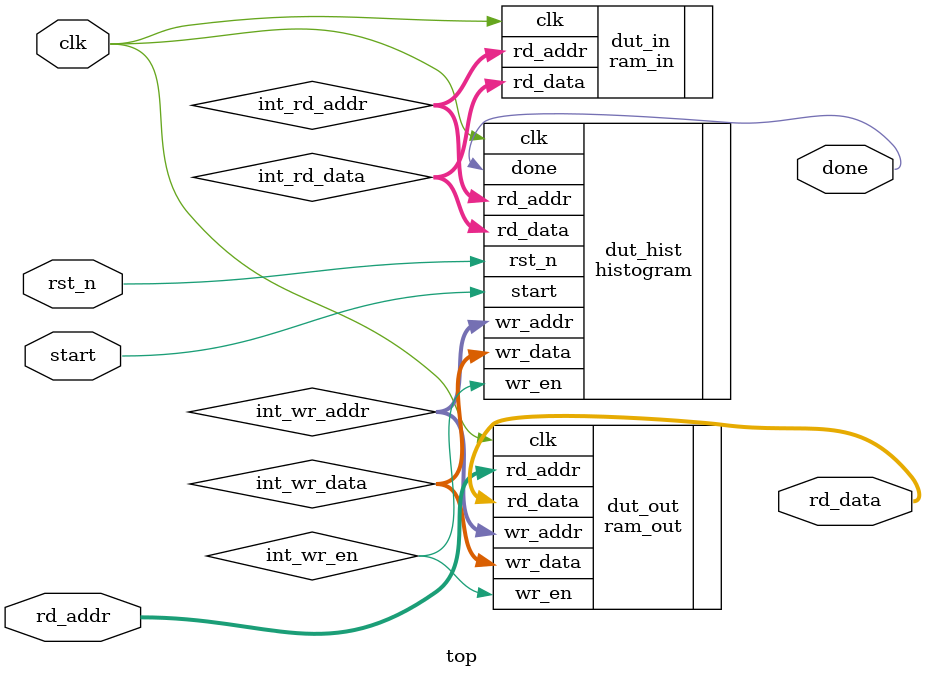
<source format=v>
module top #(
    parameter W = 64,
    parameter H = 64,
    parameter TOTAL_PIXEL = W * H,
    parameter TOTAL_PIXEL_BIT = $clog2(W * H)
)(
    input wire clk,
    input wire rst_n,
    input wire start, 
    output wire done,

    input wire [TOTAL_PIXEL_BIT-1:0] rd_addr,
    output wire [7:0] rd_data
);

    // Interface with input RAM
    wire [TOTAL_PIXEL_BIT-1:0] int_rd_addr;
    wire [7:0] int_rd_data;
 
    // Interface with output RAM
    wire int_wr_en;
    wire [TOTAL_PIXEL_BIT-1:0] int_wr_addr;
    wire [7:0] int_wr_data;

    histogram #(
        .W(W),
        .H(H),
        .TOTAL_PIXEL(TOTAL_PIXEL),
        .TOTAL_PIXEL_BIT(TOTAL_PIXEL_BIT)
    ) dut_hist (
        .clk(clk),
        .rst_n(rst_n),
        .start(start),
        .done(done),

        .rd_addr(int_rd_addr),
        .rd_data(int_rd_data),

        .wr_en(int_wr_en),
        .wr_addr(int_wr_addr),
        .wr_data(int_wr_data)
    );

    ram_in #(
        .W(W),
        .H(H),
        .TOTAL_PIXEL(TOTAL_PIXEL),
        .TOTAL_PIXEL_BIT(TOTAL_PIXEL_BIT)
    ) dut_in (
        .clk(clk),
        .rd_addr(int_rd_addr),
        .rd_data(int_rd_data)
    );

    ram_out #(
        .W(W),
        .H(H),
        .TOTAL_PIXEL(TOTAL_PIXEL),
        .TOTAL_PIXEL_BIT(TOTAL_PIXEL_BIT)
    ) dut_out (
        .clk(clk),
        .wr_en(int_wr_en),
        .wr_addr(int_wr_addr),
        .wr_data(int_wr_data),

        .rd_addr(rd_addr),
        .rd_data(rd_data)
    );
endmodule
</source>
